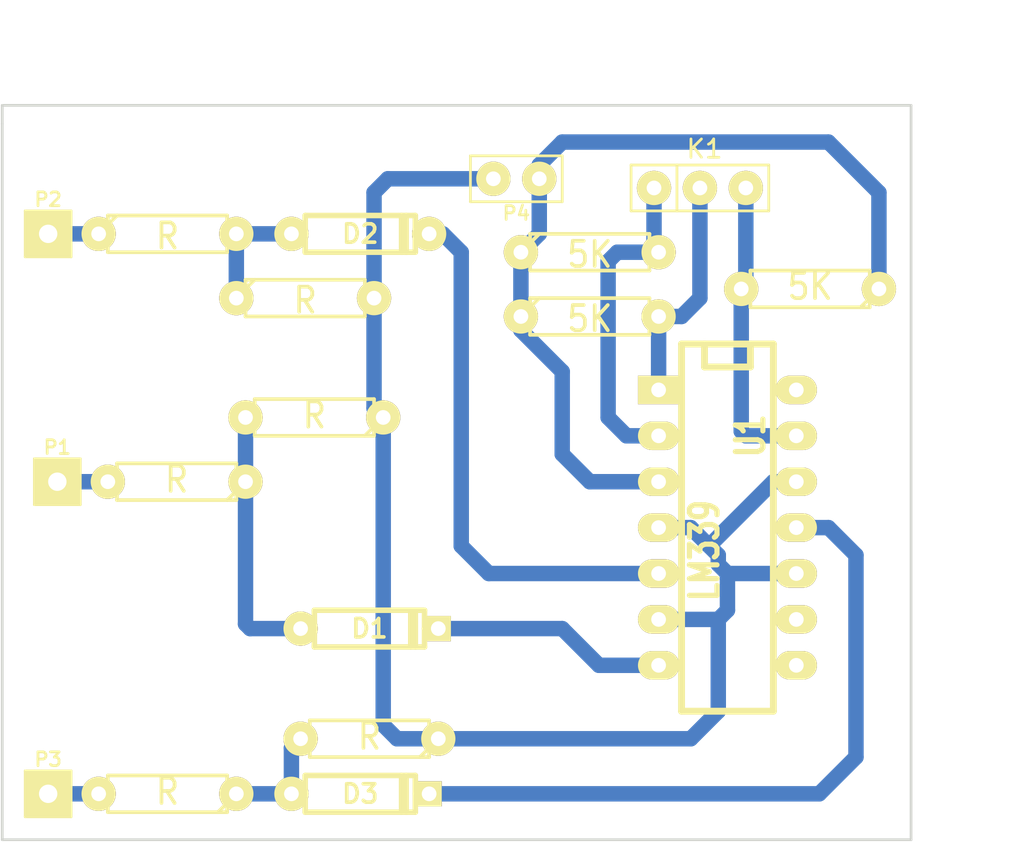
<source format=kicad_pcb>
(kicad_pcb (version 3) (host pcbnew "(2013-mar-13)-testing")

  (general
    (links 29)
    (no_connects 0)
    (area 222.936999 79.205 281.937382 125.551001)
    (thickness 1.6)
    (drawings 7)
    (tracks 76)
    (zones 0)
    (modules 18)
    (nets 15)
  )

  (page A4)
  (layers
    (15 F.Cu signal)
    (0 B.Cu signal)
    (16 B.Adhes user)
    (17 F.Adhes user)
    (18 B.Paste user)
    (19 F.Paste user)
    (20 B.SilkS user)
    (21 F.SilkS user)
    (22 B.Mask user)
    (23 F.Mask user)
    (24 Dwgs.User user)
    (25 Cmts.User user)
    (26 Eco1.User user)
    (27 Eco2.User user)
    (28 Edge.Cuts user)
  )

  (setup
    (last_trace_width 0.854)
    (trace_clearance 0.254)
    (zone_clearance 0.508)
    (zone_45_only no)
    (trace_min 0.254)
    (segment_width 0.2)
    (edge_width 0.15)
    (via_size 0.889)
    (via_drill 0.635)
    (via_min_size 0.889)
    (via_min_drill 0.508)
    (uvia_size 0.508)
    (uvia_drill 0.127)
    (uvias_allowed no)
    (uvia_min_size 0.508)
    (uvia_min_drill 0.127)
    (pcb_text_width 0.3)
    (pcb_text_size 1 1)
    (mod_edge_width 0.15)
    (mod_text_size 1 1)
    (mod_text_width 0.15)
    (pad_size 2.524 2.524)
    (pad_drill 1.016)
    (pad_to_mask_clearance 0)
    (aux_axis_origin 0 0)
    (visible_elements FFFFFF7F)
    (pcbplotparams
      (layerselection 32769)
      (usegerberextensions false)
      (excludeedgelayer true)
      (linewidth 0.150000)
      (plotframeref false)
      (viasonmask false)
      (mode 1)
      (useauxorigin false)
      (hpglpennumber 1)
      (hpglpenspeed 20)
      (hpglpendiameter 15)
      (hpglpenoverlay 2)
      (psnegative false)
      (psa4output false)
      (plotreference true)
      (plotvalue true)
      (plotothertext true)
      (plotinvisibletext false)
      (padsonsilk false)
      (subtractmaskfromsilk false)
      (outputformat 2)
      (mirror false)
      (drillshape 1)
      (scaleselection 1)
      (outputdirectory ""))
  )

  (net 0 "")
  (net 1 GND)
  (net 2 N-000001)
  (net 3 N-0000010)
  (net 4 N-0000011)
  (net 5 N-0000012)
  (net 6 N-0000013)
  (net 7 N-0000014)
  (net 8 N-000002)
  (net 9 N-000005)
  (net 10 N-000006)
  (net 11 N-000007)
  (net 12 N-000008)
  (net 13 N-000009)
  (net 14 VCC)

  (net_class Default "This is the default net class."
    (clearance 0.254)
    (trace_width 0.854)
    (via_dia 0.889)
    (via_drill 0.635)
    (uvia_dia 0.508)
    (uvia_drill 0.127)
    (add_net "")
    (add_net GND)
    (add_net N-000001)
    (add_net N-0000010)
    (add_net N-0000011)
    (add_net N-0000012)
    (add_net N-0000013)
    (add_net N-0000014)
    (add_net N-000002)
    (add_net N-000005)
    (add_net N-000006)
    (add_net N-000007)
    (add_net N-000008)
    (add_net N-000009)
    (add_net VCC)
  )

  (module D3 (layer F.Cu) (tedit 200000) (tstamp 51D1AED2)
    (at 243.332 113.792)
    (descr "Diode 3 pas")
    (tags "DIODE DEV")
    (path /51D1AD0A)
    (fp_text reference D1 (at 0 0) (layer F.SilkS)
      (effects (font (size 1.016 1.016) (thickness 0.2032)))
    )
    (fp_text value DIODE (at 0 0) (layer F.SilkS) hide
      (effects (font (size 1.016 1.016) (thickness 0.2032)))
    )
    (fp_line (start 3.81 0) (end 3.048 0) (layer F.SilkS) (width 0.3048))
    (fp_line (start 3.048 0) (end 3.048 -1.016) (layer F.SilkS) (width 0.3048))
    (fp_line (start 3.048 -1.016) (end -3.048 -1.016) (layer F.SilkS) (width 0.3048))
    (fp_line (start -3.048 -1.016) (end -3.048 0) (layer F.SilkS) (width 0.3048))
    (fp_line (start -3.048 0) (end -3.81 0) (layer F.SilkS) (width 0.3048))
    (fp_line (start -3.048 0) (end -3.048 1.016) (layer F.SilkS) (width 0.3048))
    (fp_line (start -3.048 1.016) (end 3.048 1.016) (layer F.SilkS) (width 0.3048))
    (fp_line (start 3.048 1.016) (end 3.048 0) (layer F.SilkS) (width 0.3048))
    (fp_line (start 2.54 -1.016) (end 2.54 1.016) (layer F.SilkS) (width 0.3048))
    (fp_line (start 2.286 1.016) (end 2.286 -1.016) (layer F.SilkS) (width 0.3048))
    (pad 2 thru_hole rect (at 3.81 0) (size 1.397 1.397) (drill 0.8128)
      (layers *.Cu *.Mask F.SilkS)
      (net 2 N-000001)
    )
    (pad 1 thru_hole circle (at -3.81 0) (size 1.897 1.897) (drill 0.8128)
      (layers *.Cu *.Mask F.SilkS)
      (net 9 N-000005)
    )
    (model discret/diode.wrl
      (at (xyz 0 0 0))
      (scale (xyz 0.3 0.3 0.3))
      (rotate (xyz 0 0 0))
    )
  )

  (module D3 (layer F.Cu) (tedit 51D1CADC) (tstamp 51D1AEE2)
    (at 242.824 91.948)
    (descr "Diode 3 pas")
    (tags "DIODE DEV")
    (path /51D1AC54)
    (fp_text reference D2 (at 0 0) (layer F.SilkS)
      (effects (font (size 1.016 1.016) (thickness 0.2032)))
    )
    (fp_text value DIODE (at 0 0) (layer F.SilkS) hide
      (effects (font (size 1.016 1.016) (thickness 0.2032)))
    )
    (fp_line (start 3.81 0) (end 3.048 0) (layer F.SilkS) (width 0.3048))
    (fp_line (start 3.048 0) (end 3.048 -1.016) (layer F.SilkS) (width 0.3048))
    (fp_line (start 3.048 -1.016) (end -3.048 -1.016) (layer F.SilkS) (width 0.3048))
    (fp_line (start -3.048 -1.016) (end -3.048 0) (layer F.SilkS) (width 0.3048))
    (fp_line (start -3.048 0) (end -3.81 0) (layer F.SilkS) (width 0.3048))
    (fp_line (start -3.048 0) (end -3.048 1.016) (layer F.SilkS) (width 0.3048))
    (fp_line (start -3.048 1.016) (end 3.048 1.016) (layer F.SilkS) (width 0.3048))
    (fp_line (start 3.048 1.016) (end 3.048 0) (layer F.SilkS) (width 0.3048))
    (fp_line (start 2.54 -1.016) (end 2.54 1.016) (layer F.SilkS) (width 0.3048))
    (fp_line (start 2.286 1.016) (end 2.286 -1.016) (layer F.SilkS) (width 0.3048))
    (pad 2 thru_hole circle (at 3.81 0) (size 1.897 1.897) (drill 0.8128)
      (layers *.Cu *.Mask F.SilkS)
      (net 3 N-0000010)
    )
    (pad 1 thru_hole circle (at -3.81 0) (size 1.897 1.897) (drill 0.8128)
      (layers *.Cu *.Mask F.SilkS)
      (net 11 N-000007)
    )
    (model discret/diode.wrl
      (at (xyz 0 0 0))
      (scale (xyz 0.3 0.3 0.3))
      (rotate (xyz 0 0 0))
    )
  )

  (module D3 (layer F.Cu) (tedit 200000) (tstamp 51D1B82A)
    (at 242.824 122.936)
    (descr "Diode 3 pas")
    (tags "DIODE DEV")
    (path /51D1ACDE)
    (fp_text reference D3 (at 0 0) (layer F.SilkS)
      (effects (font (size 1.016 1.016) (thickness 0.2032)))
    )
    (fp_text value DIODE (at 0 0) (layer F.SilkS) hide
      (effects (font (size 1.016 1.016) (thickness 0.2032)))
    )
    (fp_line (start 3.81 0) (end 3.048 0) (layer F.SilkS) (width 0.3048))
    (fp_line (start 3.048 0) (end 3.048 -1.016) (layer F.SilkS) (width 0.3048))
    (fp_line (start 3.048 -1.016) (end -3.048 -1.016) (layer F.SilkS) (width 0.3048))
    (fp_line (start -3.048 -1.016) (end -3.048 0) (layer F.SilkS) (width 0.3048))
    (fp_line (start -3.048 0) (end -3.81 0) (layer F.SilkS) (width 0.3048))
    (fp_line (start -3.048 0) (end -3.048 1.016) (layer F.SilkS) (width 0.3048))
    (fp_line (start -3.048 1.016) (end 3.048 1.016) (layer F.SilkS) (width 0.3048))
    (fp_line (start 3.048 1.016) (end 3.048 0) (layer F.SilkS) (width 0.3048))
    (fp_line (start 2.54 -1.016) (end 2.54 1.016) (layer F.SilkS) (width 0.3048))
    (fp_line (start 2.286 1.016) (end 2.286 -1.016) (layer F.SilkS) (width 0.3048))
    (pad 2 thru_hole rect (at 3.81 0) (size 1.397 1.397) (drill 0.8128)
      (layers *.Cu *.Mask F.SilkS)
      (net 7 N-0000014)
    )
    (pad 1 thru_hole circle (at -3.81 0) (size 1.897 1.897) (drill 0.8128)
      (layers *.Cu *.Mask F.SilkS)
      (net 8 N-000002)
    )
    (model discret/diode.wrl
      (at (xyz 0 0 0))
      (scale (xyz 0.3 0.3 0.3))
      (rotate (xyz 0 0 0))
    )
  )

  (module PIN_ARRAY_3X1 (layer F.Cu) (tedit 51D1CAB6) (tstamp 51D1AEFE)
    (at 261.62 89.408)
    (descr "Connecteur 3 pins")
    (tags "CONN DEV")
    (path /51D1ADAC)
    (fp_text reference K1 (at 0.254 -2.159) (layer F.SilkS)
      (effects (font (size 1.016 1.016) (thickness 0.1524)))
    )
    (fp_text value salidas (at 0 -2.159) (layer F.SilkS) hide
      (effects (font (size 1.016 1.016) (thickness 0.1524)))
    )
    (fp_line (start -3.81 1.27) (end -3.81 -1.27) (layer F.SilkS) (width 0.1524))
    (fp_line (start -3.81 -1.27) (end 3.81 -1.27) (layer F.SilkS) (width 0.1524))
    (fp_line (start 3.81 -1.27) (end 3.81 1.27) (layer F.SilkS) (width 0.1524))
    (fp_line (start 3.81 1.27) (end -3.81 1.27) (layer F.SilkS) (width 0.1524))
    (fp_line (start -1.27 -1.27) (end -1.27 1.27) (layer F.SilkS) (width 0.1524))
    (pad 1 thru_hole circle (at -2.54 0) (size 1.897 1.897) (drill 0.8128)
      (layers *.Cu *.Mask F.SilkS)
      (net 10 N-000006)
    )
    (pad 2 thru_hole circle (at 0 0) (size 1.897 1.897) (drill 0.8128)
      (layers *.Cu *.Mask F.SilkS)
      (net 12 N-000008)
    )
    (pad 3 thru_hole circle (at 2.54 0) (size 1.897 1.897) (drill 0.8128)
      (layers *.Cu *.Mask F.SilkS)
      (net 13 N-000009)
    )
    (model pin_array/pins_array_3x1.wrl
      (at (xyz 0 0 0))
      (scale (xyz 1 1 1))
      (rotate (xyz 0 0 0))
    )
  )

  (module PIN_ARRAY_1 (layer F.Cu) (tedit 4E4E744E) (tstamp 51D1AF07)
    (at 226.06 105.664)
    (descr "1 pin")
    (tags "CONN DEV")
    (path /51D1AC08)
    (fp_text reference P1 (at 0 -1.905) (layer F.SilkS)
      (effects (font (size 0.762 0.762) (thickness 0.1524)))
    )
    (fp_text value R (at 0 -1.905) (layer F.SilkS) hide
      (effects (font (size 0.762 0.762) (thickness 0.1524)))
    )
    (fp_line (start 1.27 1.27) (end -1.27 1.27) (layer F.SilkS) (width 0.1524))
    (fp_line (start -1.27 -1.27) (end 1.27 -1.27) (layer F.SilkS) (width 0.1524))
    (fp_line (start -1.27 1.27) (end -1.27 -1.27) (layer F.SilkS) (width 0.1524))
    (fp_line (start 1.27 -1.27) (end 1.27 1.27) (layer F.SilkS) (width 0.1524))
    (pad 1 thru_hole rect (at 0 0) (size 2.524 2.524) (drill 1.016)
      (layers *.Cu *.Mask F.SilkS)
      (net 4 N-0000011)
    )
    (model pin_array\pin_1.wrl
      (at (xyz 0 0 0))
      (scale (xyz 1 1 1))
      (rotate (xyz 0 0 0))
    )
  )

  (module PIN_ARRAY_1 (layer F.Cu) (tedit 51D1CAF8) (tstamp 51D1AF10)
    (at 225.552 91.948)
    (descr "1 pin")
    (tags "CONN DEV")
    (path /51D1ABEA)
    (fp_text reference P2 (at 0 -1.905) (layer F.SilkS)
      (effects (font (size 0.762 0.762) (thickness 0.1524)))
    )
    (fp_text value T (at 0 -1.905) (layer F.SilkS) hide
      (effects (font (size 0.762 0.762) (thickness 0.1524)))
    )
    (fp_line (start 1.27 1.27) (end -1.27 1.27) (layer F.SilkS) (width 0.1524))
    (fp_line (start -1.27 -1.27) (end 1.27 -1.27) (layer F.SilkS) (width 0.1524))
    (fp_line (start -1.27 1.27) (end -1.27 -1.27) (layer F.SilkS) (width 0.1524))
    (fp_line (start 1.27 -1.27) (end 1.27 1.27) (layer F.SilkS) (width 0.1524))
    (pad 1 thru_hole rect (at 0 0) (size 2.524 2.524) (drill 1.016)
      (layers *.Cu *.Mask F.SilkS)
      (net 6 N-0000013)
    )
    (model pin_array\pin_1.wrl
      (at (xyz 0 0 0))
      (scale (xyz 1 1 1))
      (rotate (xyz 0 0 0))
    )
  )

  (module PIN_ARRAY_1 (layer F.Cu) (tedit 4E4E744E) (tstamp 51D1AF19)
    (at 225.552 122.936)
    (descr "1 pin")
    (tags "CONN DEV")
    (path /51D1ABF9)
    (fp_text reference P3 (at 0 -1.905) (layer F.SilkS)
      (effects (font (size 0.762 0.762) (thickness 0.1524)))
    )
    (fp_text value S (at 0 -1.905) (layer F.SilkS) hide
      (effects (font (size 0.762 0.762) (thickness 0.1524)))
    )
    (fp_line (start 1.27 1.27) (end -1.27 1.27) (layer F.SilkS) (width 0.1524))
    (fp_line (start -1.27 -1.27) (end 1.27 -1.27) (layer F.SilkS) (width 0.1524))
    (fp_line (start -1.27 1.27) (end -1.27 -1.27) (layer F.SilkS) (width 0.1524))
    (fp_line (start 1.27 -1.27) (end 1.27 1.27) (layer F.SilkS) (width 0.1524))
    (pad 1 thru_hole rect (at 0 0) (size 2.524 2.524) (drill 1.016)
      (layers *.Cu *.Mask F.SilkS)
      (net 5 N-0000012)
    )
    (model pin_array\pin_1.wrl
      (at (xyz 0 0 0))
      (scale (xyz 1 1 1))
      (rotate (xyz 0 0 0))
    )
  )

  (module PIN_ARRAY_2X1 (layer F.Cu) (tedit 51D1CAC6) (tstamp 51D1BE98)
    (at 251.46 88.9 180)
    (descr "Connecteurs 2 pins")
    (tags "CONN DEV")
    (path /51D1AD70)
    (fp_text reference P4 (at 0 -1.905 180) (layer F.SilkS)
      (effects (font (size 0.762 0.762) (thickness 0.1524)))
    )
    (fp_text value power (at 0 -1.905 180) (layer F.SilkS) hide
      (effects (font (size 0.762 0.762) (thickness 0.1524)))
    )
    (fp_line (start -2.54 1.27) (end -2.54 -1.27) (layer F.SilkS) (width 0.1524))
    (fp_line (start -2.54 -1.27) (end 2.54 -1.27) (layer F.SilkS) (width 0.1524))
    (fp_line (start 2.54 -1.27) (end 2.54 1.27) (layer F.SilkS) (width 0.1524))
    (fp_line (start 2.54 1.27) (end -2.54 1.27) (layer F.SilkS) (width 0.1524))
    (pad 1 thru_hole circle (at -1.27 0 180) (size 1.897 1.897) (drill 0.8128)
      (layers *.Cu *.Mask F.SilkS)
      (net 14 VCC)
    )
    (pad 2 thru_hole circle (at 1.27 0 180) (size 1.897 1.897) (drill 0.8128)
      (layers *.Cu *.Mask F.SilkS)
      (net 1 GND)
    )
    (model pin_array/pins_array_2x1.wrl
      (at (xyz 0 0 0))
      (scale (xyz 1 1 1))
      (rotate (xyz 0 0 0))
    )
  )

  (module R3 (layer F.Cu) (tedit 4E4C0E65) (tstamp 51D1AF31)
    (at 255.524 96.52)
    (descr "Resitance 3 pas")
    (tags R)
    (path /51D1AD23)
    (autoplace_cost180 10)
    (fp_text reference R1 (at 0 0.127) (layer F.SilkS) hide
      (effects (font (size 1.397 1.27) (thickness 0.2032)))
    )
    (fp_text value 5K (at 0 0.127) (layer F.SilkS)
      (effects (font (size 1.397 1.27) (thickness 0.2032)))
    )
    (fp_line (start -3.81 0) (end -3.302 0) (layer F.SilkS) (width 0.2032))
    (fp_line (start 3.81 0) (end 3.302 0) (layer F.SilkS) (width 0.2032))
    (fp_line (start 3.302 0) (end 3.302 -1.016) (layer F.SilkS) (width 0.2032))
    (fp_line (start 3.302 -1.016) (end -3.302 -1.016) (layer F.SilkS) (width 0.2032))
    (fp_line (start -3.302 -1.016) (end -3.302 1.016) (layer F.SilkS) (width 0.2032))
    (fp_line (start -3.302 1.016) (end 3.302 1.016) (layer F.SilkS) (width 0.2032))
    (fp_line (start 3.302 1.016) (end 3.302 0) (layer F.SilkS) (width 0.2032))
    (fp_line (start -3.302 -0.508) (end -2.794 -1.016) (layer F.SilkS) (width 0.2032))
    (pad 1 thru_hole circle (at -3.81 0) (size 1.897 1.897) (drill 0.8128)
      (layers *.Cu *.Mask F.SilkS)
      (net 14 VCC)
    )
    (pad 2 thru_hole circle (at 3.81 0) (size 1.897 1.897) (drill 0.8128)
      (layers *.Cu *.Mask F.SilkS)
      (net 12 N-000008)
    )
    (model discret/resistor.wrl
      (at (xyz 0 0 0))
      (scale (xyz 0.3 0.3 0.3))
      (rotate (xyz 0 0 0))
    )
  )

  (module R3 (layer F.Cu) (tedit 4E4C0E65) (tstamp 51D1AF69)
    (at 232.664 105.664 180)
    (descr "Resitance 3 pas")
    (tags R)
    (path /51D1AB57)
    (autoplace_cost180 10)
    (fp_text reference R5 (at 0 0.127 180) (layer F.SilkS) hide
      (effects (font (size 1.397 1.27) (thickness 0.2032)))
    )
    (fp_text value R (at 0 0.127 180) (layer F.SilkS)
      (effects (font (size 1.397 1.27) (thickness 0.2032)))
    )
    (fp_line (start -3.81 0) (end -3.302 0) (layer F.SilkS) (width 0.2032))
    (fp_line (start 3.81 0) (end 3.302 0) (layer F.SilkS) (width 0.2032))
    (fp_line (start 3.302 0) (end 3.302 -1.016) (layer F.SilkS) (width 0.2032))
    (fp_line (start 3.302 -1.016) (end -3.302 -1.016) (layer F.SilkS) (width 0.2032))
    (fp_line (start -3.302 -1.016) (end -3.302 1.016) (layer F.SilkS) (width 0.2032))
    (fp_line (start -3.302 1.016) (end 3.302 1.016) (layer F.SilkS) (width 0.2032))
    (fp_line (start 3.302 1.016) (end 3.302 0) (layer F.SilkS) (width 0.2032))
    (fp_line (start -3.302 -0.508) (end -2.794 -1.016) (layer F.SilkS) (width 0.2032))
    (pad 1 thru_hole circle (at -3.81 0 180) (size 1.897 1.897) (drill 0.8128)
      (layers *.Cu *.Mask F.SilkS)
      (net 9 N-000005)
    )
    (pad 2 thru_hole circle (at 3.81 0 180) (size 1.897 1.897) (drill 0.8128)
      (layers *.Cu *.Mask F.SilkS)
      (net 4 N-0000011)
    )
    (model discret/resistor.wrl
      (at (xyz 0 0 0))
      (scale (xyz 0.3 0.3 0.3))
      (rotate (xyz 0 0 0))
    )
  )

  (module R3 (layer F.Cu) (tedit 4E4C0E65) (tstamp 51D1AF77)
    (at 232.156 91.948)
    (descr "Resitance 3 pas")
    (tags R)
    (path /51D1AB89)
    (autoplace_cost180 10)
    (fp_text reference R6 (at 0 0.127) (layer F.SilkS) hide
      (effects (font (size 1.397 1.27) (thickness 0.2032)))
    )
    (fp_text value R (at 0 0.127) (layer F.SilkS)
      (effects (font (size 1.397 1.27) (thickness 0.2032)))
    )
    (fp_line (start -3.81 0) (end -3.302 0) (layer F.SilkS) (width 0.2032))
    (fp_line (start 3.81 0) (end 3.302 0) (layer F.SilkS) (width 0.2032))
    (fp_line (start 3.302 0) (end 3.302 -1.016) (layer F.SilkS) (width 0.2032))
    (fp_line (start 3.302 -1.016) (end -3.302 -1.016) (layer F.SilkS) (width 0.2032))
    (fp_line (start -3.302 -1.016) (end -3.302 1.016) (layer F.SilkS) (width 0.2032))
    (fp_line (start -3.302 1.016) (end 3.302 1.016) (layer F.SilkS) (width 0.2032))
    (fp_line (start 3.302 1.016) (end 3.302 0) (layer F.SilkS) (width 0.2032))
    (fp_line (start -3.302 -0.508) (end -2.794 -1.016) (layer F.SilkS) (width 0.2032))
    (pad 1 thru_hole circle (at -3.81 0) (size 1.897 1.897) (drill 0.8128)
      (layers *.Cu *.Mask F.SilkS)
      (net 6 N-0000013)
    )
    (pad 2 thru_hole circle (at 3.81 0) (size 1.897 1.897) (drill 0.8128)
      (layers *.Cu *.Mask F.SilkS)
      (net 11 N-000007)
    )
    (model discret/resistor.wrl
      (at (xyz 0 0 0))
      (scale (xyz 0.3 0.3 0.3))
      (rotate (xyz 0 0 0))
    )
  )

  (module R3 (layer F.Cu) (tedit 4E4C0E65) (tstamp 51D1AFA1)
    (at 232.156 122.936 180)
    (descr "Resitance 3 pas")
    (tags R)
    (path /51D1AB83)
    (autoplace_cost180 10)
    (fp_text reference R9 (at 0 0.127 180) (layer F.SilkS) hide
      (effects (font (size 1.397 1.27) (thickness 0.2032)))
    )
    (fp_text value R (at 0 0.127 180) (layer F.SilkS)
      (effects (font (size 1.397 1.27) (thickness 0.2032)))
    )
    (fp_line (start -3.81 0) (end -3.302 0) (layer F.SilkS) (width 0.2032))
    (fp_line (start 3.81 0) (end 3.302 0) (layer F.SilkS) (width 0.2032))
    (fp_line (start 3.302 0) (end 3.302 -1.016) (layer F.SilkS) (width 0.2032))
    (fp_line (start 3.302 -1.016) (end -3.302 -1.016) (layer F.SilkS) (width 0.2032))
    (fp_line (start -3.302 -1.016) (end -3.302 1.016) (layer F.SilkS) (width 0.2032))
    (fp_line (start -3.302 1.016) (end 3.302 1.016) (layer F.SilkS) (width 0.2032))
    (fp_line (start 3.302 1.016) (end 3.302 0) (layer F.SilkS) (width 0.2032))
    (fp_line (start -3.302 -0.508) (end -2.794 -1.016) (layer F.SilkS) (width 0.2032))
    (pad 1 thru_hole circle (at -3.81 0 180) (size 1.897 1.897) (drill 0.8128)
      (layers *.Cu *.Mask F.SilkS)
      (net 8 N-000002)
    )
    (pad 2 thru_hole circle (at 3.81 0 180) (size 1.897 1.897) (drill 0.8128)
      (layers *.Cu *.Mask F.SilkS)
      (net 5 N-0000012)
    )
    (model discret/resistor.wrl
      (at (xyz 0 0 0))
      (scale (xyz 0.3 0.3 0.3))
      (rotate (xyz 0 0 0))
    )
  )

  (module R3 (layer F.Cu) (tedit 4E4C0E65) (tstamp 51D1AFBD)
    (at 255.524 92.964)
    (descr "Resitance 3 pas")
    (tags R)
    (path /51D1ACB1)
    (autoplace_cost180 10)
    (fp_text reference R11 (at 0 0.127) (layer F.SilkS) hide
      (effects (font (size 1.397 1.27) (thickness 0.2032)))
    )
    (fp_text value 5K (at 0 0.127) (layer F.SilkS)
      (effects (font (size 1.397 1.27) (thickness 0.2032)))
    )
    (fp_line (start -3.81 0) (end -3.302 0) (layer F.SilkS) (width 0.2032))
    (fp_line (start 3.81 0) (end 3.302 0) (layer F.SilkS) (width 0.2032))
    (fp_line (start 3.302 0) (end 3.302 -1.016) (layer F.SilkS) (width 0.2032))
    (fp_line (start 3.302 -1.016) (end -3.302 -1.016) (layer F.SilkS) (width 0.2032))
    (fp_line (start -3.302 -1.016) (end -3.302 1.016) (layer F.SilkS) (width 0.2032))
    (fp_line (start -3.302 1.016) (end 3.302 1.016) (layer F.SilkS) (width 0.2032))
    (fp_line (start 3.302 1.016) (end 3.302 0) (layer F.SilkS) (width 0.2032))
    (fp_line (start -3.302 -0.508) (end -2.794 -1.016) (layer F.SilkS) (width 0.2032))
    (pad 1 thru_hole circle (at -3.81 0) (size 1.897 1.897) (drill 0.8128)
      (layers *.Cu *.Mask F.SilkS)
      (net 14 VCC)
    )
    (pad 2 thru_hole circle (at 3.81 0) (size 1.897 1.897) (drill 0.8128)
      (layers *.Cu *.Mask F.SilkS)
      (net 10 N-000006)
    )
    (model discret/resistor.wrl
      (at (xyz 0 0 0))
      (scale (xyz 0.3 0.3 0.3))
      (rotate (xyz 0 0 0))
    )
  )

  (module R3 (layer F.Cu) (tedit 51D1CA9E) (tstamp 51D1AFCB)
    (at 267.716 94.996 180)
    (descr "Resitance 3 pas")
    (tags R)
    (path /51D1ACF7)
    (autoplace_cost180 10)
    (fp_text reference R12 (at 0 0.127 180) (layer F.SilkS) hide
      (effects (font (size 1.397 1.27) (thickness 0.2032)))
    )
    (fp_text value 5K (at 0 0.127 180) (layer F.SilkS)
      (effects (font (size 1.397 1.27) (thickness 0.2032)))
    )
    (fp_line (start -3.81 0) (end -3.302 0) (layer F.SilkS) (width 0.2032))
    (fp_line (start 3.81 0) (end 3.302 0) (layer F.SilkS) (width 0.2032))
    (fp_line (start 3.302 0) (end 3.302 -1.016) (layer F.SilkS) (width 0.2032))
    (fp_line (start 3.302 -1.016) (end -3.302 -1.016) (layer F.SilkS) (width 0.2032))
    (fp_line (start -3.302 -1.016) (end -3.302 1.016) (layer F.SilkS) (width 0.2032))
    (fp_line (start -3.302 1.016) (end 3.302 1.016) (layer F.SilkS) (width 0.2032))
    (fp_line (start 3.302 1.016) (end 3.302 0) (layer F.SilkS) (width 0.2032))
    (fp_line (start -3.302 -0.508) (end -2.794 -1.016) (layer F.SilkS) (width 0.2032))
    (pad 1 thru_hole circle (at -3.81 0 180) (size 1.897 1.897) (drill 0.8128)
      (layers *.Cu *.Mask F.SilkS)
      (net 14 VCC)
    )
    (pad 2 thru_hole circle (at 3.81 0 180) (size 1.897 1.897) (drill 0.8128)
      (layers *.Cu *.Mask F.SilkS)
      (net 13 N-000009)
    )
    (model discret/resistor.wrl
      (at (xyz 0 0 0))
      (scale (xyz 0.3 0.3 0.3))
      (rotate (xyz 0 0 0))
    )
  )

  (module DIP-14__300_ELL (layer F.Cu) (tedit 200000) (tstamp 51D1AFE4)
    (at 263.144 108.204 270)
    (descr "14 pins DIL package, elliptical pads")
    (tags DIL)
    (path /51D1AC3B)
    (fp_text reference U1 (at -5.08 -1.27 270) (layer F.SilkS)
      (effects (font (size 1.524 1.143) (thickness 0.3048)))
    )
    (fp_text value LM339 (at 1.27 1.27 270) (layer F.SilkS)
      (effects (font (size 1.524 1.143) (thickness 0.3048)))
    )
    (fp_line (start -10.16 -2.54) (end 10.16 -2.54) (layer F.SilkS) (width 0.381))
    (fp_line (start 10.16 2.54) (end -10.16 2.54) (layer F.SilkS) (width 0.381))
    (fp_line (start -10.16 2.54) (end -10.16 -2.54) (layer F.SilkS) (width 0.381))
    (fp_line (start -10.16 -1.27) (end -8.89 -1.27) (layer F.SilkS) (width 0.381))
    (fp_line (start -8.89 -1.27) (end -8.89 1.27) (layer F.SilkS) (width 0.381))
    (fp_line (start -8.89 1.27) (end -10.16 1.27) (layer F.SilkS) (width 0.381))
    (fp_line (start 10.16 -2.54) (end 10.16 2.54) (layer F.SilkS) (width 0.381))
    (pad 1 thru_hole rect (at -7.62 3.81 270) (size 1.5748 2.286) (drill 0.8128)
      (layers *.Cu *.Mask F.SilkS)
      (net 12 N-000008)
    )
    (pad 2 thru_hole oval (at -5.08 3.81 270) (size 1.5748 2.286) (drill 0.8128)
      (layers *.Cu *.Mask F.SilkS)
      (net 10 N-000006)
    )
    (pad 3 thru_hole oval (at -2.54 3.81 270) (size 1.5748 2.286) (drill 0.8128)
      (layers *.Cu *.Mask F.SilkS)
      (net 14 VCC)
    )
    (pad 4 thru_hole oval (at 0 3.81 270) (size 1.5748 2.286) (drill 0.8128)
      (layers *.Cu *.Mask F.SilkS)
      (net 1 GND)
    )
    (pad 5 thru_hole oval (at 2.54 3.81 270) (size 1.5748 2.286) (drill 0.8128)
      (layers *.Cu *.Mask F.SilkS)
      (net 3 N-0000010)
    )
    (pad 6 thru_hole oval (at 5.08 3.81 270) (size 1.5748 2.286) (drill 0.8128)
      (layers *.Cu *.Mask F.SilkS)
      (net 1 GND)
    )
    (pad 7 thru_hole oval (at 7.62 3.81 270) (size 1.5748 2.286) (drill 0.8128)
      (layers *.Cu *.Mask F.SilkS)
      (net 2 N-000001)
    )
    (pad 8 thru_hole oval (at 7.62 -3.81 270) (size 1.5748 2.286) (drill 0.8128)
      (layers *.Cu *.Mask F.SilkS)
    )
    (pad 9 thru_hole oval (at 5.08 -3.81 270) (size 1.5748 2.286) (drill 0.8128)
      (layers *.Cu *.Mask F.SilkS)
    )
    (pad 10 thru_hole oval (at 2.54 -3.81 270) (size 1.5748 2.286) (drill 0.8128)
      (layers *.Cu *.Mask F.SilkS)
      (net 1 GND)
    )
    (pad 11 thru_hole oval (at 0 -3.81 270) (size 1.5748 2.286) (drill 0.8128)
      (layers *.Cu *.Mask F.SilkS)
      (net 7 N-0000014)
    )
    (pad 12 thru_hole oval (at -2.54 -3.81 270) (size 1.5748 2.286) (drill 0.8128)
      (layers *.Cu *.Mask F.SilkS)
      (net 1 GND)
    )
    (pad 13 thru_hole oval (at -5.08 -3.81 270) (size 1.5748 2.286) (drill 0.8128)
      (layers *.Cu *.Mask F.SilkS)
      (net 13 N-000009)
    )
    (pad 14 thru_hole oval (at -7.62 -3.81 270) (size 1.5748 2.286) (drill 0.8128)
      (layers *.Cu *.Mask F.SilkS)
    )
    (model dil/dil_14.wrl
      (at (xyz 0 0 0))
      (scale (xyz 1 1 1))
      (rotate (xyz 0 0 0))
    )
  )

  (module R3 (layer F.Cu) (tedit 4E4C0E65) (tstamp 51D1C414)
    (at 240.284 102.108 180)
    (descr "Resitance 3 pas")
    (tags R)
    (path /51D1AB48)
    (autoplace_cost180 10)
    (fp_text reference R4 (at 0 0.127 180) (layer F.SilkS) hide
      (effects (font (size 1.397 1.27) (thickness 0.2032)))
    )
    (fp_text value R (at 0 0.127 180) (layer F.SilkS)
      (effects (font (size 1.397 1.27) (thickness 0.2032)))
    )
    (fp_line (start -3.81 0) (end -3.302 0) (layer F.SilkS) (width 0.2032))
    (fp_line (start 3.81 0) (end 3.302 0) (layer F.SilkS) (width 0.2032))
    (fp_line (start 3.302 0) (end 3.302 -1.016) (layer F.SilkS) (width 0.2032))
    (fp_line (start 3.302 -1.016) (end -3.302 -1.016) (layer F.SilkS) (width 0.2032))
    (fp_line (start -3.302 -1.016) (end -3.302 1.016) (layer F.SilkS) (width 0.2032))
    (fp_line (start -3.302 1.016) (end 3.302 1.016) (layer F.SilkS) (width 0.2032))
    (fp_line (start 3.302 1.016) (end 3.302 0) (layer F.SilkS) (width 0.2032))
    (fp_line (start -3.302 -0.508) (end -2.794 -1.016) (layer F.SilkS) (width 0.2032))
    (pad 1 thru_hole circle (at -3.81 0 180) (size 1.897 1.897) (drill 0.8128)
      (layers *.Cu *.Mask F.SilkS)
      (net 1 GND)
    )
    (pad 2 thru_hole circle (at 3.81 0 180) (size 1.897 1.897) (drill 0.8128)
      (layers *.Cu *.Mask F.SilkS)
      (net 9 N-000005)
    )
    (model discret/resistor.wrl
      (at (xyz 0 0 0))
      (scale (xyz 0.3 0.3 0.3))
      (rotate (xyz 0 0 0))
    )
  )

  (module R3 (layer F.Cu) (tedit 4E4C0E65) (tstamp 51D1C405)
    (at 239.776 95.504)
    (descr "Resitance 3 pas")
    (tags R)
    (path /51D1AB8F)
    (autoplace_cost180 10)
    (fp_text reference R7 (at 0 0.127) (layer F.SilkS) hide
      (effects (font (size 1.397 1.27) (thickness 0.2032)))
    )
    (fp_text value R (at 0 0.127) (layer F.SilkS)
      (effects (font (size 1.397 1.27) (thickness 0.2032)))
    )
    (fp_line (start -3.81 0) (end -3.302 0) (layer F.SilkS) (width 0.2032))
    (fp_line (start 3.81 0) (end 3.302 0) (layer F.SilkS) (width 0.2032))
    (fp_line (start 3.302 0) (end 3.302 -1.016) (layer F.SilkS) (width 0.2032))
    (fp_line (start 3.302 -1.016) (end -3.302 -1.016) (layer F.SilkS) (width 0.2032))
    (fp_line (start -3.302 -1.016) (end -3.302 1.016) (layer F.SilkS) (width 0.2032))
    (fp_line (start -3.302 1.016) (end 3.302 1.016) (layer F.SilkS) (width 0.2032))
    (fp_line (start 3.302 1.016) (end 3.302 0) (layer F.SilkS) (width 0.2032))
    (fp_line (start -3.302 -0.508) (end -2.794 -1.016) (layer F.SilkS) (width 0.2032))
    (pad 1 thru_hole circle (at -3.81 0) (size 1.897 1.897) (drill 0.8128)
      (layers *.Cu *.Mask F.SilkS)
      (net 11 N-000007)
    )
    (pad 2 thru_hole circle (at 3.81 0) (size 1.897 1.897) (drill 0.8128)
      (layers *.Cu *.Mask F.SilkS)
      (net 1 GND)
    )
    (model discret/resistor.wrl
      (at (xyz 0 0 0))
      (scale (xyz 0.3 0.3 0.3))
      (rotate (xyz 0 0 0))
    )
  )

  (module R3 (layer F.Cu) (tedit 4E4C0E65) (tstamp 51D1C3F6)
    (at 243.332 119.888 180)
    (descr "Resitance 3 pas")
    (tags R)
    (path /51D1AB7D)
    (autoplace_cost180 10)
    (fp_text reference R8 (at 0 0.127 180) (layer F.SilkS) hide
      (effects (font (size 1.397 1.27) (thickness 0.2032)))
    )
    (fp_text value R (at 0 0.127 180) (layer F.SilkS)
      (effects (font (size 1.397 1.27) (thickness 0.2032)))
    )
    (fp_line (start -3.81 0) (end -3.302 0) (layer F.SilkS) (width 0.2032))
    (fp_line (start 3.81 0) (end 3.302 0) (layer F.SilkS) (width 0.2032))
    (fp_line (start 3.302 0) (end 3.302 -1.016) (layer F.SilkS) (width 0.2032))
    (fp_line (start 3.302 -1.016) (end -3.302 -1.016) (layer F.SilkS) (width 0.2032))
    (fp_line (start -3.302 -1.016) (end -3.302 1.016) (layer F.SilkS) (width 0.2032))
    (fp_line (start -3.302 1.016) (end 3.302 1.016) (layer F.SilkS) (width 0.2032))
    (fp_line (start 3.302 1.016) (end 3.302 0) (layer F.SilkS) (width 0.2032))
    (fp_line (start -3.302 -0.508) (end -2.794 -1.016) (layer F.SilkS) (width 0.2032))
    (pad 1 thru_hole circle (at -3.81 0 180) (size 1.897 1.897) (drill 0.8128)
      (layers *.Cu *.Mask F.SilkS)
      (net 1 GND)
    )
    (pad 2 thru_hole circle (at 3.81 0 180) (size 1.897 1.897) (drill 0.8128)
      (layers *.Cu *.Mask F.SilkS)
      (net 8 N-000002)
    )
    (model discret/resistor.wrl
      (at (xyz 0 0 0))
      (scale (xyz 0.3 0.3 0.3))
      (rotate (xyz 0 0 0))
    )
  )

  (dimension 40.64 (width 0.25) (layer Eco1.User)
    (gr_text 40,640mm (at 277.86 105.156 270) (layer Eco1.User)
      (effects (font (size 1 1) (thickness 0.25)))
    )
    (feature1 (pts (xy 273.304 125.476) (xy 278.86 125.476)))
    (feature2 (pts (xy 273.304 84.836) (xy 278.86 84.836)))
    (crossbar (pts (xy 276.86 84.836) (xy 276.86 125.476)))
    (arrow1a (pts (xy 276.86 125.476) (xy 276.273579 124.349496)))
    (arrow1b (pts (xy 276.86 125.476) (xy 277.446421 124.349496)))
    (arrow2a (pts (xy 276.86 84.836) (xy 276.273579 85.962504)))
    (arrow2b (pts (xy 276.86 84.836) (xy 277.446421 85.962504)))
  )
  (dimension 50.292 (width 0.25) (layer Eco1.User)
    (gr_text 50,292mm (at 248.158 80.28) (layer Eco1.User)
      (effects (font (size 1 1) (thickness 0.25)))
    )
    (feature1 (pts (xy 273.304 84.836) (xy 273.304 79.28)))
    (feature2 (pts (xy 223.012 84.836) (xy 223.012 79.28)))
    (crossbar (pts (xy 223.012 81.28) (xy 273.304 81.28)))
    (arrow1a (pts (xy 273.304 81.28) (xy 272.177496 81.866421)))
    (arrow1b (pts (xy 273.304 81.28) (xy 272.177496 80.693579)))
    (arrow2a (pts (xy 223.012 81.28) (xy 224.138504 81.866421)))
    (arrow2b (pts (xy 223.012 81.28) (xy 224.138504 80.693579)))
  )
  (gr_line (start 223.012 84.836) (end 223.012 85.852) (angle 90) (layer Edge.Cuts) (width 0.15))
  (gr_line (start 273.304 84.836) (end 223.012 84.836) (angle 90) (layer Edge.Cuts) (width 0.15))
  (gr_line (start 273.304 125.476) (end 273.304 84.836) (angle 90) (layer Edge.Cuts) (width 0.15))
  (gr_line (start 223.012 125.476) (end 273.304 125.476) (angle 90) (layer Edge.Cuts) (width 0.15))
  (gr_line (start 223.012 85.852) (end 223.012 125.476) (angle 90) (layer Edge.Cuts) (width 0.15))

  (segment (start 262.636 113.284) (end 262.636 118.364) (width 0.854) (layer B.Cu) (net 1))
  (segment (start 261.112 119.888) (end 247.142 119.888) (width 0.854) (layer B.Cu) (net 1) (tstamp 51D1CC5B))
  (segment (start 262.636 118.364) (end 261.112 119.888) (width 0.854) (layer B.Cu) (net 1) (tstamp 51D1CC5A))
  (segment (start 244.094 102.108) (end 244.094 119.126) (width 0.854) (layer B.Cu) (net 1))
  (segment (start 244.094 119.126) (end 244.856 119.888) (width 0.854) (layer B.Cu) (net 1) (tstamp 51D1CC4E))
  (segment (start 244.856 119.888) (end 247.142 119.888) (width 0.854) (layer B.Cu) (net 1) (tstamp 51D1CC4F))
  (segment (start 243.586 95.504) (end 243.586 101.6) (width 0.854) (layer B.Cu) (net 1))
  (segment (start 243.586 101.6) (end 244.094 102.108) (width 0.854) (layer B.Cu) (net 1) (tstamp 51D1CC4B))
  (segment (start 243.586 95.504) (end 243.586 89.662) (width 0.854) (layer B.Cu) (net 1))
  (segment (start 244.348 88.9) (end 250.19 88.9) (width 0.854) (layer B.Cu) (net 1) (tstamp 51D1CBEB))
  (segment (start 243.586 89.662) (end 244.348 88.9) (width 0.854) (layer B.Cu) (net 1) (tstamp 51D1CBEA))
  (segment (start 266.954 105.664) (end 265.684 105.664) (width 0.854) (layer B.Cu) (net 1))
  (segment (start 265.684 105.664) (end 262.128 109.22) (width 0.854) (layer B.Cu) (net 1) (tstamp 51D1B98C))
  (segment (start 259.334 113.284) (end 262.636 113.284) (width 0.854) (layer B.Cu) (net 1))
  (segment (start 263.144 112.776) (end 263.144 110.744) (width 0.854) (layer B.Cu) (net 1) (tstamp 51D1B512))
  (segment (start 262.636 113.284) (end 263.144 112.776) (width 0.854) (layer B.Cu) (net 1) (tstamp 51D1B511))
  (segment (start 259.334 108.204) (end 261.112 108.204) (width 0.854) (layer B.Cu) (net 1))
  (segment (start 261.112 108.204) (end 262.128 109.22) (width 0.854) (layer B.Cu) (net 1) (tstamp 51D1B50A))
  (segment (start 262.128 109.22) (end 262.636 109.728) (width 0.854) (layer B.Cu) (net 1) (tstamp 51D1B991))
  (segment (start 262.636 109.728) (end 262.636 110.236) (width 0.854) (layer B.Cu) (net 1) (tstamp 51D1B50B))
  (segment (start 262.636 110.236) (end 263.144 110.744) (width 0.854) (layer B.Cu) (net 1) (tstamp 51D1B50C))
  (segment (start 263.144 110.744) (end 266.954 110.744) (width 0.854) (layer B.Cu) (net 1) (tstamp 51D1B50D))
  (segment (start 259.334 115.824) (end 256.032 115.824) (width 0.854) (layer B.Cu) (net 2))
  (segment (start 254 113.792) (end 247.142 113.792) (width 0.854) (layer B.Cu) (net 2) (tstamp 51D1CC8D))
  (segment (start 256.032 115.824) (end 254 113.792) (width 0.854) (layer B.Cu) (net 2) (tstamp 51D1CC89))
  (segment (start 246.634 91.948) (end 247.396 91.948) (width 0.854) (layer B.Cu) (net 3))
  (segment (start 249.936 110.744) (end 259.334 110.744) (width 0.854) (layer B.Cu) (net 3) (tstamp 51D1CC57))
  (segment (start 248.412 109.22) (end 249.936 110.744) (width 0.854) (layer B.Cu) (net 3) (tstamp 51D1CC56))
  (segment (start 248.412 92.964) (end 248.412 109.22) (width 0.854) (layer B.Cu) (net 3) (tstamp 51D1CC55))
  (segment (start 247.396 91.948) (end 248.412 92.964) (width 0.854) (layer B.Cu) (net 3) (tstamp 51D1CC54))
  (segment (start 226.06 105.664) (end 228.854 105.664) (width 0.854) (layer B.Cu) (net 4))
  (segment (start 225.552 122.936) (end 228.346 122.936) (width 0.854) (layer B.Cu) (net 5))
  (segment (start 225.552 91.948) (end 228.346 91.948) (width 0.854) (layer B.Cu) (net 6))
  (segment (start 246.634 122.936) (end 268.224 122.936) (width 0.854) (layer B.Cu) (net 7))
  (segment (start 268.732 108.204) (end 266.954 108.204) (width 0.854) (layer B.Cu) (net 7) (tstamp 51D1BBEA))
  (segment (start 270.256 109.728) (end 268.732 108.204) (width 0.854) (layer B.Cu) (net 7) (tstamp 51D1BBE9))
  (segment (start 270.256 120.904) (end 270.256 109.728) (width 0.854) (layer B.Cu) (net 7) (tstamp 51D1BBE8))
  (segment (start 268.224 122.936) (end 270.256 120.904) (width 0.854) (layer B.Cu) (net 7) (tstamp 51D1BBE7))
  (segment (start 239.014 122.936) (end 239.014 120.396) (width 0.854) (layer B.Cu) (net 8))
  (segment (start 239.014 120.396) (end 239.522 119.888) (width 0.854) (layer B.Cu) (net 8) (tstamp 51D1C6EB))
  (segment (start 235.966 122.936) (end 239.014 122.936) (width 0.854) (layer B.Cu) (net 8))
  (segment (start 236.474 105.664) (end 236.474 113.538) (width 0.854) (layer B.Cu) (net 9))
  (segment (start 236.728 113.792) (end 239.522 113.792) (width 0.854) (layer B.Cu) (net 9) (tstamp 51D1CC6D))
  (segment (start 236.474 113.538) (end 236.728 113.792) (width 0.854) (layer B.Cu) (net 9) (tstamp 51D1CC6B))
  (segment (start 236.474 102.108) (end 236.474 105.664) (width 0.854) (layer B.Cu) (net 9))
  (segment (start 259.08 89.408) (end 259.08 92.71) (width 0.854) (layer B.Cu) (net 10))
  (segment (start 259.08 92.71) (end 259.334 92.964) (width 0.854) (layer B.Cu) (net 10) (tstamp 51D1BD0A))
  (segment (start 259.334 92.964) (end 257.048 92.964) (width 0.854) (layer B.Cu) (net 10))
  (segment (start 257.556 103.124) (end 259.334 103.124) (width 0.854) (layer B.Cu) (net 10) (tstamp 51D1BCEC))
  (segment (start 256.54 102.108) (end 257.556 103.124) (width 0.854) (layer B.Cu) (net 10) (tstamp 51D1BCEB))
  (segment (start 256.54 93.472) (end 256.54 102.108) (width 0.854) (layer B.Cu) (net 10) (tstamp 51D1BCEA))
  (segment (start 257.048 92.964) (end 256.54 93.472) (width 0.854) (layer B.Cu) (net 10) (tstamp 51D1BCE9))
  (segment (start 235.966 91.948) (end 235.966 95.504) (width 0.854) (layer B.Cu) (net 11))
  (segment (start 235.966 91.948) (end 239.014 91.948) (width 0.854) (layer B.Cu) (net 11))
  (segment (start 259.334 96.52) (end 259.334 100.584) (width 0.854) (layer B.Cu) (net 12))
  (segment (start 261.62 89.408) (end 261.62 95.504) (width 0.854) (layer B.Cu) (net 12))
  (segment (start 260.604 96.52) (end 259.334 96.52) (width 0.854) (layer B.Cu) (net 12) (tstamp 51D1BD07))
  (segment (start 261.62 95.504) (end 260.604 96.52) (width 0.854) (layer B.Cu) (net 12) (tstamp 51D1BD06))
  (segment (start 264.16 89.408) (end 264.16 94.742) (width 0.854) (layer B.Cu) (net 13))
  (segment (start 264.16 94.742) (end 263.906 94.996) (width 0.854) (layer B.Cu) (net 13) (tstamp 51D1BD03))
  (segment (start 263.906 94.996) (end 263.906 102.87) (width 0.854) (layer B.Cu) (net 13))
  (segment (start 264.16 103.124) (end 266.954 103.124) (width 0.854) (layer B.Cu) (net 13) (tstamp 51D1BC96))
  (segment (start 263.906 102.87) (end 264.16 103.124) (width 0.854) (layer B.Cu) (net 13) (tstamp 51D1BC95))
  (segment (start 251.714 96.52) (end 251.714 97.282) (width 0.854) (layer B.Cu) (net 14))
  (segment (start 255.524 105.664) (end 259.334 105.664) (width 0.854) (layer B.Cu) (net 14) (tstamp 51D1CC30))
  (segment (start 254 104.14) (end 255.524 105.664) (width 0.854) (layer B.Cu) (net 14) (tstamp 51D1CC2F))
  (segment (start 254 99.568) (end 254 104.14) (width 0.854) (layer B.Cu) (net 14) (tstamp 51D1CC2E))
  (segment (start 251.714 97.282) (end 254 99.568) (width 0.854) (layer B.Cu) (net 14) (tstamp 51D1CC2D))
  (segment (start 251.714 92.964) (end 251.714 96.52) (width 0.854) (layer B.Cu) (net 14))
  (segment (start 252.73 88.138) (end 252.73 88.9) (width 0.854) (layer B.Cu) (net 14) (tstamp 51D1BDCB))
  (segment (start 254 86.868) (end 252.73 88.138) (width 0.854) (layer B.Cu) (net 14) (tstamp 51D1BDCA))
  (segment (start 268.732 86.868) (end 254 86.868) (width 0.854) (layer B.Cu) (net 14) (tstamp 51D1BDC9))
  (segment (start 271.526 89.662) (end 268.732 86.868) (width 0.854) (layer B.Cu) (net 14) (tstamp 51D1BDC8))
  (segment (start 271.526 94.996) (end 271.526 89.662) (width 0.854) (layer B.Cu) (net 14))
  (segment (start 252.73 91.948) (end 251.714 92.964) (width 0.854) (layer B.Cu) (net 14) (tstamp 51D1BDC5))
  (segment (start 252.73 88.9) (end 252.73 91.948) (width 0.854) (layer B.Cu) (net 14))

)

</source>
